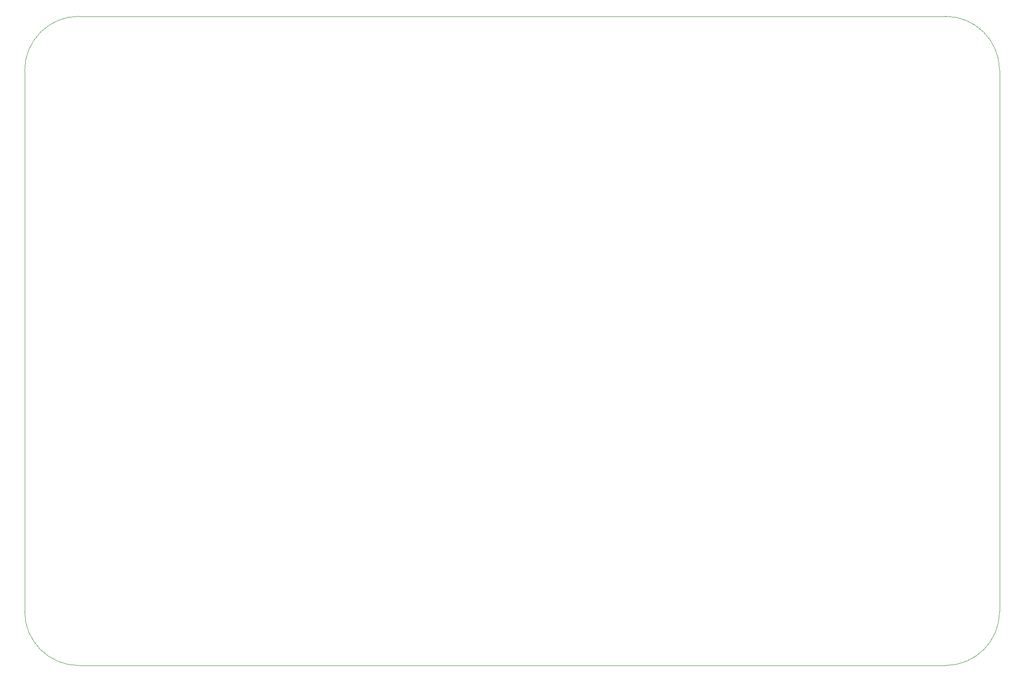
<source format=gbr>
%TF.GenerationSoftware,KiCad,Pcbnew,7.0.8*%
%TF.CreationDate,2023-11-30T23:22:54-08:00*%
%TF.ProjectId,window_weather_monitor,77696e64-6f77-45f7-9765-61746865725f,4*%
%TF.SameCoordinates,Original*%
%TF.FileFunction,Profile,NP*%
%FSLAX46Y46*%
G04 Gerber Fmt 4.6, Leading zero omitted, Abs format (unit mm)*
G04 Created by KiCad (PCBNEW 7.0.8) date 2023-11-30 23:22:54*
%MOMM*%
%LPD*%
G01*
G04 APERTURE LIST*
%TA.AperFunction,Profile*%
%ADD10C,0.100000*%
%TD*%
G04 APERTURE END LIST*
D10*
X40000000Y-150000000D02*
X200000000Y-150000000D01*
X210000000Y-40000000D02*
G75*
G03*
X200000000Y-30000000I-10000000J0D01*
G01*
X200000000Y-30000000D02*
X40000000Y-30000000D01*
X40000000Y-30000000D02*
G75*
G03*
X30000000Y-40000000I0J-10000000D01*
G01*
X30000000Y-40000000D02*
X30000000Y-140000000D01*
X30000000Y-140000000D02*
G75*
G03*
X40000000Y-150000000I10000000J0D01*
G01*
X200000000Y-150000000D02*
G75*
G03*
X210000000Y-140000000I0J10000000D01*
G01*
X210000000Y-140000000D02*
X210000000Y-40000000D01*
M02*

</source>
